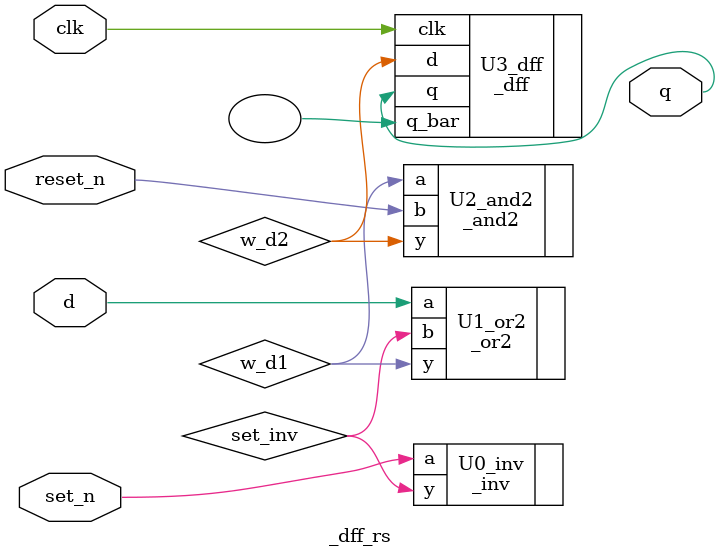
<source format=v>
module _dff_rs(clk, set_n, reset_n, d, q); //set and resettable d-flipflop
	//set input clk, set_n, reset_n, d and output q
	input clk, set_n, reset_n, d;
	output q;
	//declare wires w_d1, w_d2
	wire w_d1, w_d2, set_inv;
	//process of set/resettable d-flipflop
	_inv U0_inv(.a(set_n),.y(set_inv));
	_or2 U1_or2(.a(d),.b(set_inv),.y(w_d1));
	_and2 U2_and2(.a(w_d1),.b(reset_n),.y(w_d2));
	_dff U3_dff(.clk(clk),.d(w_d2),.q(q),.q_bar());
endmodule

</source>
